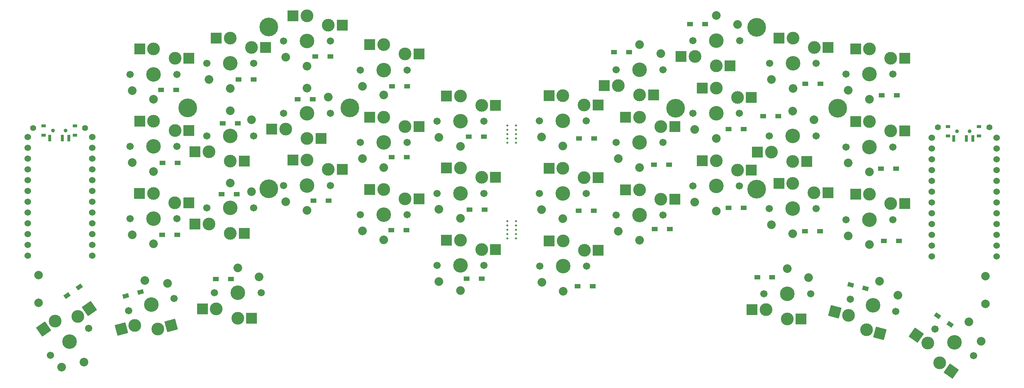
<source format=gbr>
%TF.GenerationSoftware,KiCad,Pcbnew,(6.0.5-0)*%
%TF.CreationDate,2022-07-05T16:09:48-07:00*%
%TF.ProjectId,Swept_3x5,53776570-745f-4337-9835-2e6b69636164,rev?*%
%TF.SameCoordinates,Original*%
%TF.FileFunction,Soldermask,Bot*%
%TF.FilePolarity,Negative*%
%FSLAX46Y46*%
G04 Gerber Fmt 4.6, Leading zero omitted, Abs format (unit mm)*
G04 Created by KiCad (PCBNEW (6.0.5-0)) date 2022-07-05 16:09:48*
%MOMM*%
%LPD*%
G01*
G04 APERTURE LIST*
G04 Aperture macros list*
%AMRotRect*
0 Rectangle, with rotation*
0 The origin of the aperture is its center*
0 $1 length*
0 $2 width*
0 $3 Rotation angle, in degrees counterclockwise*
0 Add horizontal line*
21,1,$1,$2,0,0,$3*%
G04 Aperture macros list end*
%ADD10C,1.524000*%
%ADD11C,2.032000*%
%ADD12R,2.600000X2.600000*%
%ADD13C,1.701800*%
%ADD14C,3.429000*%
%ADD15C,3.000000*%
%ADD16RotRect,2.600000X2.600000X165.000000*%
%ADD17C,0.500000*%
%ADD18C,2.000000*%
%ADD19C,4.400000*%
%ADD20RotRect,2.600000X2.600000X195.000000*%
%ADD21RotRect,2.600000X2.600000X145.000000*%
%ADD22C,1.397000*%
%ADD23RotRect,2.600000X2.600000X35.000000*%
%ADD24R,1.400000X1.000000*%
%ADD25R,0.700000X1.500000*%
%ADD26C,0.900000*%
%ADD27R,1.000000X0.800000*%
%ADD28RotRect,1.400000X1.000000X145.000000*%
%ADD29RotRect,1.400000X1.000000X35.000000*%
%ADD30RotRect,1.400000X1.000000X165.000000*%
%ADD31RotRect,1.400000X1.000000X15.000000*%
G04 APERTURE END LIST*
D10*
%TO.C,U1*%
X231160401Y-49847433D03*
X231160401Y-52387433D03*
X231160401Y-54927433D03*
X231160401Y-57467433D03*
X231160401Y-60007433D03*
X231160401Y-62547433D03*
X231160401Y-65087433D03*
X231160401Y-67627433D03*
X231160401Y-70167433D03*
X231160401Y-72707433D03*
X231160401Y-75247433D03*
X231160401Y-77787433D03*
X246380401Y-77787433D03*
X246380401Y-75247433D03*
X246380401Y-72707433D03*
X246380401Y-70167433D03*
X246380401Y-67627433D03*
X246380401Y-65087433D03*
X246380401Y-62547433D03*
X246380401Y-60007433D03*
X246380401Y-57467433D03*
X246380401Y-54927433D03*
X246380401Y-52387433D03*
X246380401Y-49847433D03*
%TD*%
D11*
%TO.C,SW16*%
X157497201Y-71920233D03*
D12*
X170772201Y-64370233D03*
X159222201Y-62170233D03*
D11*
X162497201Y-74020233D03*
D13*
X167997201Y-68120233D03*
D14*
X162497201Y-68120233D03*
D15*
X167497201Y-64370233D03*
X162497201Y-62170233D03*
D13*
X156997201Y-68120233D03*
%TD*%
D12*
%TO.C,SW20*%
X188918601Y-90386833D03*
D11*
X202193601Y-82836833D03*
X197193601Y-80736833D03*
D12*
X200468601Y-92586833D03*
D14*
X197193601Y-86636833D03*
D13*
X202693601Y-86636833D03*
D15*
X197193601Y-92586833D03*
D13*
X191693601Y-86636833D03*
D15*
X192193601Y-90386833D03*
%TD*%
D12*
%TO.C,SW15*%
X152814401Y-76384433D03*
D11*
X139539401Y-83934433D03*
D12*
X141264401Y-74184433D03*
D11*
X144539401Y-86034433D03*
D13*
X139039401Y-80134433D03*
D14*
X144539401Y-80134433D03*
D15*
X144539401Y-74184433D03*
D13*
X150039401Y-80134433D03*
D15*
X149539401Y-76384433D03*
%TD*%
D11*
%TO.C,SW21*%
X223199743Y-86978210D03*
D16*
X208422993Y-90835127D03*
X219010035Y-95949524D03*
D11*
X218913633Y-83655671D03*
D13*
X212074009Y-87931128D03*
D15*
X211586400Y-91682760D03*
D13*
X222699193Y-90778138D03*
D14*
X217386601Y-89354633D03*
D15*
X215846628Y-95101892D03*
%TD*%
D11*
%TO.C,SW17*%
X175505801Y-65036833D03*
D12*
X188780801Y-57486833D03*
X177230801Y-55286833D03*
D11*
X180505801Y-67136833D03*
D13*
X175005801Y-61236833D03*
D15*
X180505801Y-55286833D03*
D13*
X186005801Y-61236833D03*
D15*
X185505801Y-57486833D03*
D14*
X180505801Y-61236833D03*
%TD*%
D11*
%TO.C,SW18*%
X193514401Y-70396233D03*
D12*
X206789401Y-62846233D03*
X195239401Y-60646233D03*
D11*
X198514401Y-72496233D03*
D15*
X203514401Y-62846233D03*
X198514401Y-60646233D03*
D13*
X204014401Y-66596233D03*
X193014401Y-66596233D03*
D14*
X198514401Y-66596233D03*
%TD*%
D11*
%TO.C,SW4*%
X167522601Y-30081033D03*
D12*
X154247601Y-37631033D03*
D11*
X162522601Y-27981033D03*
D12*
X165797601Y-39831033D03*
D13*
X157022601Y-33881033D03*
X168022601Y-33881033D03*
D15*
X157522601Y-37631033D03*
X162522601Y-39831033D03*
D14*
X162522601Y-33881033D03*
%TD*%
D12*
%TO.C,SW3*%
X152789001Y-42170633D03*
D11*
X139514001Y-49720633D03*
D12*
X141239001Y-39970633D03*
D11*
X144514001Y-51820633D03*
D15*
X144514001Y-39970633D03*
D13*
X139014001Y-45920633D03*
D15*
X149514001Y-42170633D03*
D13*
X150014001Y-45920633D03*
D14*
X144514001Y-45920633D03*
%TD*%
D11*
%TO.C,SW9*%
X139514001Y-66814833D03*
D12*
X152789001Y-59264833D03*
X141239001Y-57064833D03*
D11*
X144514001Y-68914833D03*
D14*
X144514001Y-63014833D03*
D15*
X144514001Y-57064833D03*
D13*
X150014001Y-63014833D03*
D15*
X149514001Y-59264833D03*
D13*
X139014001Y-63014833D03*
%TD*%
D12*
%TO.C,SW12*%
X190239401Y-53226633D03*
D11*
X203514401Y-45676633D03*
X198514401Y-43576633D03*
D12*
X201789401Y-55426633D03*
D14*
X198514401Y-49476633D03*
D15*
X193514401Y-53226633D03*
D13*
X204014401Y-49476633D03*
D15*
X198514401Y-55426633D03*
D13*
X193014401Y-49476633D03*
%TD*%
D12*
%TO.C,SW11*%
X188780801Y-40367233D03*
D11*
X175505801Y-47917233D03*
D12*
X177230801Y-38167233D03*
D11*
X180505801Y-50017233D03*
D15*
X185505801Y-40367233D03*
D14*
X180505801Y-44117233D03*
D13*
X186005801Y-44117233D03*
X175005801Y-44117233D03*
D15*
X180505801Y-38167233D03*
%TD*%
D11*
%TO.C,SW6*%
X193539801Y-36157033D03*
D12*
X206814801Y-28607033D03*
D11*
X198539801Y-38257033D03*
D12*
X195264801Y-26407033D03*
D13*
X193039801Y-32357033D03*
D14*
X198539801Y-32357033D03*
D13*
X204039801Y-32357033D03*
D15*
X198539801Y-26407033D03*
X203539801Y-28607033D03*
%TD*%
D11*
%TO.C,SW5*%
X185531201Y-23223033D03*
D12*
X172256201Y-30773033D03*
X183806201Y-32973033D03*
D11*
X180531201Y-21123033D03*
D15*
X180531201Y-32973033D03*
D13*
X175031201Y-27023033D03*
D15*
X175531201Y-30773033D03*
D13*
X186031201Y-27023033D03*
D14*
X180531201Y-27023033D03*
%TD*%
D17*
%TO.C,mouse-bite-2mm-slot*%
X131407601Y-51079167D03*
X131407601Y-48031167D03*
X131407601Y-49047167D03*
X133439601Y-48031167D03*
X133439601Y-49047167D03*
X131407601Y-50063167D03*
X133439601Y-50063167D03*
X133439601Y-51079167D03*
X133439601Y-47015167D03*
X131407601Y-47015167D03*
%TD*%
%TO.C,mouse-bite-2mm-slot*%
X133477000Y-73583448D03*
X133477000Y-70535448D03*
X131445000Y-70535448D03*
X131445000Y-73583448D03*
X131445000Y-71551448D03*
X133477000Y-71551448D03*
X133477000Y-72567448D03*
X131445000Y-69519448D03*
X131445000Y-72567448D03*
X133477000Y-69519448D03*
%TD*%
D18*
%TO.C,RSW1*%
X243751801Y-88997833D03*
X243751801Y-82497833D03*
%TD*%
D11*
%TO.C,SW10*%
X157497201Y-54800633D03*
D12*
X170772201Y-47250633D03*
D11*
X162497201Y-56900633D03*
D12*
X159222201Y-45050633D03*
D14*
X162497201Y-51000633D03*
D15*
X167497201Y-47250633D03*
X162497201Y-45050633D03*
D13*
X167997201Y-51000633D03*
X156997201Y-51000633D03*
%TD*%
D19*
%TO.C,REF\u002A\u002A*%
X190022601Y-61983433D03*
X190022601Y-23883433D03*
X170972601Y-42933433D03*
X209072601Y-42933433D03*
%TD*%
D10*
%TO.C,U2*%
X33942000Y-49722800D03*
X33942000Y-52262800D03*
X33942000Y-54802800D03*
X33942000Y-57342800D03*
X33942000Y-59882800D03*
X33942000Y-62422800D03*
X33942000Y-64962800D03*
X33942000Y-67502800D03*
X33942000Y-70042800D03*
X33942000Y-72582800D03*
X33942000Y-75122800D03*
X33942000Y-77662800D03*
X18722000Y-77662800D03*
X18722000Y-75122800D03*
X18722000Y-72582800D03*
X18722000Y-70042800D03*
X18722000Y-67502800D03*
X18722000Y-64962800D03*
X18722000Y-62422800D03*
X18722000Y-59882800D03*
X18722000Y-57342800D03*
X18722000Y-54802800D03*
X18722000Y-52262800D03*
X18722000Y-49722800D03*
%TD*%
D13*
%TO.C,SW17_r1*%
X89878800Y-61112400D03*
X78878800Y-61112400D03*
D15*
X89378800Y-57362400D03*
X84378800Y-55162400D03*
D14*
X84378800Y-61112400D03*
D12*
X81103800Y-55162400D03*
D11*
X84378800Y-67012400D03*
X79378800Y-64912400D03*
D12*
X92653800Y-57362400D03*
%TD*%
D13*
%TO.C,SW11_r1*%
X89853400Y-44119800D03*
X78853400Y-44119800D03*
D15*
X79353400Y-47869800D03*
D14*
X84353400Y-44119800D03*
D15*
X84353400Y-50069800D03*
D11*
X84353400Y-38219800D03*
D12*
X87628400Y-50069800D03*
X76078400Y-47869800D03*
D11*
X89353400Y-40319800D03*
%TD*%
D13*
%TO.C,SW15_r1*%
X114896000Y-79959200D03*
D15*
X120396000Y-74009200D03*
D14*
X120396000Y-79959200D03*
D13*
X125896000Y-79959200D03*
D15*
X125396000Y-76209200D03*
D11*
X120396000Y-85859200D03*
D12*
X117121000Y-74009200D03*
D11*
X115396000Y-83759200D03*
D12*
X128671000Y-76209200D03*
%TD*%
D13*
%TO.C,SW18_r1*%
X60844800Y-66421000D03*
D15*
X66344800Y-72371000D03*
D14*
X66344800Y-66421000D03*
D13*
X71844800Y-66421000D03*
D15*
X61344800Y-70171000D03*
D11*
X66344800Y-60521000D03*
D12*
X69619800Y-72371000D03*
D11*
X71344800Y-62621000D03*
D12*
X58069800Y-70171000D03*
%TD*%
D13*
%TO.C,SW6_r1*%
X60844800Y-32359600D03*
D15*
X71344800Y-28609600D03*
X66344800Y-26409600D03*
D13*
X71844800Y-32359600D03*
D14*
X66344800Y-32359600D03*
D11*
X66344800Y-38259600D03*
D12*
X63069800Y-26409600D03*
X74619800Y-28609600D03*
D11*
X61344800Y-36159600D03*
%TD*%
D13*
%TO.C,SW5_r1*%
X78878800Y-27101800D03*
X89878800Y-27101800D03*
D15*
X89378800Y-23351800D03*
D14*
X84378800Y-27101800D03*
D15*
X84378800Y-21151800D03*
D11*
X84378800Y-33001800D03*
D12*
X81103800Y-21151800D03*
D11*
X79378800Y-30901800D03*
D12*
X92653800Y-23351800D03*
%TD*%
D13*
%TO.C,SW16_r1*%
X96912800Y-67995800D03*
D15*
X102412800Y-62045800D03*
D14*
X102412800Y-67995800D03*
D13*
X107912800Y-67995800D03*
D15*
X107412800Y-64245800D03*
D11*
X102412800Y-73895800D03*
D12*
X99137800Y-62045800D03*
X110687800Y-64245800D03*
D11*
X97412800Y-71795800D03*
%TD*%
D14*
%TO.C,SW4_r1*%
X102387400Y-33934400D03*
D15*
X107387400Y-30184400D03*
X102387400Y-27984400D03*
D13*
X96887400Y-33934400D03*
X107887400Y-33934400D03*
D12*
X99112400Y-27984400D03*
D11*
X102387400Y-39834400D03*
X97387400Y-37734400D03*
D12*
X110662400Y-30184400D03*
%TD*%
D15*
%TO.C,SW13_r1*%
X48336200Y-45993000D03*
D13*
X53836200Y-51943000D03*
D15*
X53336200Y-48193000D03*
D13*
X42836200Y-51943000D03*
D14*
X48336200Y-51943000D03*
D12*
X45061200Y-45993000D03*
D11*
X48336200Y-57843000D03*
D12*
X56611200Y-48193000D03*
D11*
X43336200Y-55743000D03*
%TD*%
D15*
%TO.C,SW12_r1*%
X66344800Y-55378400D03*
D13*
X71844800Y-49428400D03*
X60844800Y-49428400D03*
D14*
X66344800Y-49428400D03*
D15*
X61344800Y-53178400D03*
D11*
X66344800Y-43528400D03*
D12*
X69619800Y-55378400D03*
X58069800Y-53178400D03*
D11*
X71344800Y-45628400D03*
%TD*%
D13*
%TO.C,SW3_r1*%
X114896000Y-45974000D03*
D14*
X120396000Y-45974000D03*
D13*
X125896000Y-45974000D03*
D15*
X125396000Y-42224000D03*
X120396000Y-40024000D03*
D12*
X117121000Y-40024000D03*
D11*
X120396000Y-51874000D03*
D12*
X128671000Y-42224000D03*
D11*
X115396000Y-49774000D03*
%TD*%
D14*
%TO.C,SW21_r1*%
X47777400Y-89154000D03*
D15*
X49317373Y-94901259D03*
D13*
X42464808Y-90577505D03*
D15*
X43918342Y-94070317D03*
D13*
X53089992Y-87730495D03*
D20*
X52480780Y-94053626D03*
D11*
X46250368Y-83455038D03*
D20*
X40754935Y-94917949D03*
D11*
X51623517Y-84189387D03*
%TD*%
D13*
%TO.C,SW9_r1*%
X125896000Y-62966600D03*
D15*
X120396000Y-57016600D03*
D13*
X114896000Y-62966600D03*
D14*
X120396000Y-62966600D03*
D15*
X125396000Y-59216600D03*
D12*
X117121000Y-57016600D03*
D11*
X120396000Y-68866600D03*
X115396000Y-66766600D03*
D12*
X128671000Y-59216600D03*
%TD*%
D15*
%TO.C,SW20_r1*%
X68072000Y-92360800D03*
D13*
X73572000Y-86410800D03*
D15*
X63072000Y-90160800D03*
D14*
X68072000Y-86410800D03*
D13*
X62572000Y-86410800D03*
D11*
X68072000Y-80510800D03*
D12*
X71347000Y-92360800D03*
D11*
X73072000Y-82610800D03*
D12*
X59797000Y-90160800D03*
%TD*%
D14*
%TO.C,SW7_r1*%
X48336200Y-34950400D03*
D15*
X53336200Y-31200400D03*
D13*
X42836200Y-34950400D03*
D15*
X48336200Y-29000400D03*
D13*
X53836200Y-34950400D03*
D12*
X45061200Y-29000400D03*
D11*
X48336200Y-40850400D03*
D12*
X56611200Y-31200400D03*
D11*
X43336200Y-38750400D03*
%TD*%
D19*
%TO.C,REF\u002A\u002A*%
X94407400Y-42878400D03*
X56307400Y-42878400D03*
X75357400Y-61928400D03*
X75357400Y-23828400D03*
%TD*%
D18*
%TO.C,RSW2*%
X21285200Y-88721000D03*
X21285200Y-82221000D03*
%TD*%
D12*
%TO.C,SW13*%
X224823401Y-48292033D03*
D11*
X211548401Y-55842033D03*
X216548401Y-57942033D03*
D12*
X213273401Y-46092033D03*
D13*
X211048401Y-52042033D03*
D15*
X221548401Y-48292033D03*
D13*
X222048401Y-52042033D03*
D14*
X216548401Y-52042033D03*
D15*
X216548401Y-46092033D03*
%TD*%
D11*
%TO.C,SW22*%
X242762752Y-97796537D03*
D21*
X227558006Y-96366908D03*
X235757344Y-104793850D03*
D11*
X239871502Y-93208436D03*
D15*
X230240729Y-98245371D03*
D13*
X231982065Y-94886763D03*
D15*
X233074621Y-102915388D03*
D13*
X240992737Y-101196103D03*
D14*
X236487401Y-98041433D03*
%TD*%
D12*
%TO.C,SW19*%
X224823401Y-65411633D03*
D11*
X211548401Y-72961633D03*
D12*
X213273401Y-63211633D03*
D11*
X216548401Y-75061633D03*
D13*
X222048401Y-69161633D03*
X211048401Y-69161633D03*
D15*
X216548401Y-63211633D03*
D14*
X216548401Y-69161633D03*
D15*
X221548401Y-65411633D03*
%TD*%
D13*
%TO.C,SW19_r1*%
X53810800Y-68961000D03*
X42810800Y-68961000D03*
D15*
X53310800Y-65211000D03*
D14*
X48310800Y-68961000D03*
D15*
X48310800Y-63011000D03*
D12*
X45035800Y-63011000D03*
D11*
X48310800Y-74861000D03*
X43310800Y-72761000D03*
D12*
X56585800Y-65211000D03*
%TD*%
D22*
%TO.C,Bat+1*%
X232575801Y-47393833D03*
%TD*%
D15*
%TO.C,SW10_r1*%
X102387400Y-45027800D03*
D13*
X96887400Y-50977800D03*
X107887400Y-50977800D03*
D15*
X107387400Y-47227800D03*
D14*
X102387400Y-50977800D03*
D12*
X99112400Y-45027800D03*
D11*
X102387400Y-56877800D03*
X97387400Y-54777800D03*
D12*
X110662400Y-47227800D03*
%TD*%
D13*
%TO.C,SW22_r1*%
X24079200Y-101066600D03*
D15*
X30529385Y-91972228D03*
X25171756Y-93037975D03*
D13*
X33089872Y-94757260D03*
D14*
X28584536Y-97911930D03*
D23*
X22489033Y-94916438D03*
D11*
X31968637Y-102744927D03*
D23*
X33212108Y-90093765D03*
D11*
X26668366Y-103892590D03*
%TD*%
D22*
%TO.C,BatGND1*%
X244717001Y-47444633D03*
%TD*%
%TO.C,Bat+r1*%
X20040600Y-47574200D03*
%TD*%
D11*
%TO.C,SW7*%
X211548401Y-38722433D03*
D12*
X224823401Y-31172433D03*
X213273401Y-28972433D03*
D11*
X216548401Y-40822433D03*
D15*
X221548401Y-31172433D03*
X216548401Y-28972433D03*
D14*
X216548401Y-34922433D03*
D13*
X222048401Y-34922433D03*
X211048401Y-34922433D03*
%TD*%
D22*
%TO.C,BatGND4*%
X32207200Y-47625000D03*
%TD*%
D24*
%TO.C,D7*%
X148225401Y-67078833D03*
X151775401Y-67078833D03*
%TD*%
%TO.C,D18*%
X190157801Y-82725233D03*
X193707801Y-82725233D03*
%TD*%
%TO.C,Dr16*%
X64315800Y-63195200D03*
X67865800Y-63195200D03*
%TD*%
%TO.C,Dr15*%
X85905800Y-64693800D03*
X89455800Y-64693800D03*
%TD*%
%TO.C,Dr3*%
X86312200Y-30759400D03*
X89862200Y-30759400D03*
%TD*%
%TO.C,Dr18*%
X62915800Y-83159600D03*
X66465800Y-83159600D03*
%TD*%
%TO.C,Dr9*%
X82197400Y-40843200D03*
X85747400Y-40843200D03*
%TD*%
%TO.C,D11*%
X219215401Y-57122033D03*
X222765401Y-57122033D03*
%TD*%
%TO.C,D17*%
X219952001Y-74190833D03*
X223502001Y-74190833D03*
%TD*%
%TO.C,D15*%
X183452201Y-66418433D03*
X187002201Y-66418433D03*
%TD*%
%TO.C,D2*%
X156505801Y-29690033D03*
X160055801Y-29690033D03*
%TD*%
%TO.C,Dr4*%
X68252800Y-36169600D03*
X71802800Y-36169600D03*
%TD*%
%TO.C,D13*%
X147920601Y-84858833D03*
X151470601Y-84858833D03*
%TD*%
%TO.C,Dr10*%
X64519000Y-46456600D03*
X68069000Y-46456600D03*
%TD*%
D25*
%TO.C,SW_POWER1*%
X240845601Y-50086233D03*
X239345601Y-50086233D03*
X236345601Y-50086233D03*
D26*
X240095601Y-48326233D03*
D27*
X234945601Y-47226233D03*
X242245601Y-49436233D03*
D26*
X237095601Y-48326233D03*
D27*
X234945601Y-49436233D03*
X242245601Y-47226233D03*
%TD*%
D24*
%TO.C,D3*%
X174362001Y-23136833D03*
X177912001Y-23136833D03*
%TD*%
%TO.C,Dr11*%
X50396600Y-55829200D03*
X53946600Y-55829200D03*
%TD*%
%TO.C,Dr2*%
X104371600Y-37769800D03*
X107921600Y-37769800D03*
%TD*%
D28*
%TO.C,D20*%
X232550401Y-91767633D03*
X235458391Y-93803829D03*
%TD*%
D24*
%TO.C,D16*%
X201410001Y-71904833D03*
X204960001Y-71904833D03*
%TD*%
D29*
%TO.C,Dr20*%
X27978410Y-87075396D03*
X30886400Y-85039200D03*
%TD*%
D24*
%TO.C,Dr7*%
X122532600Y-66802000D03*
X126082600Y-66802000D03*
%TD*%
%TO.C,Dr5*%
X50066400Y-38633400D03*
X53616400Y-38633400D03*
%TD*%
D30*
%TO.C,D19*%
X212128801Y-84477833D03*
X215557837Y-85396641D03*
%TD*%
D24*
%TO.C,Dr1*%
X122380200Y-49657000D03*
X125930200Y-49657000D03*
%TD*%
D27*
%TO.C,SW_POWERR1*%
X22512000Y-47101800D03*
D26*
X27662000Y-48201800D03*
D27*
X29812000Y-47101800D03*
D26*
X24662000Y-48201800D03*
D27*
X22512000Y-49311800D03*
X29812000Y-49311800D03*
D25*
X23912000Y-49961800D03*
X26912000Y-49961800D03*
X28412000Y-49961800D03*
%TD*%
D24*
%TO.C,Dr14*%
X104193800Y-71602600D03*
X107743800Y-71602600D03*
%TD*%
%TO.C,D10*%
X191580201Y-44828433D03*
X195130201Y-44828433D03*
%TD*%
%TO.C,D9*%
X183401401Y-47825633D03*
X186951401Y-47825633D03*
%TD*%
%TO.C,Dr13*%
X121872200Y-83083400D03*
X125422200Y-83083400D03*
%TD*%
%TO.C,D4*%
X201486201Y-37157633D03*
X205036201Y-37157633D03*
%TD*%
%TO.C,D14*%
X166056201Y-71422233D03*
X169606201Y-71422233D03*
%TD*%
%TO.C,Dr8*%
X104244600Y-54483000D03*
X107794600Y-54483000D03*
%TD*%
D31*
%TO.C,Dr19*%
X41783000Y-87096600D03*
X45212036Y-86177792D03*
%TD*%
D24*
%TO.C,D5*%
X219444001Y-39926233D03*
X222994001Y-39926233D03*
%TD*%
%TO.C,Dr17*%
X50320400Y-72771000D03*
X53870400Y-72771000D03*
%TD*%
%TO.C,D1*%
X148276201Y-50086233D03*
X151826201Y-50086233D03*
%TD*%
%TO.C,D8*%
X165875401Y-56258433D03*
X169425401Y-56258433D03*
%TD*%
M02*

</source>
